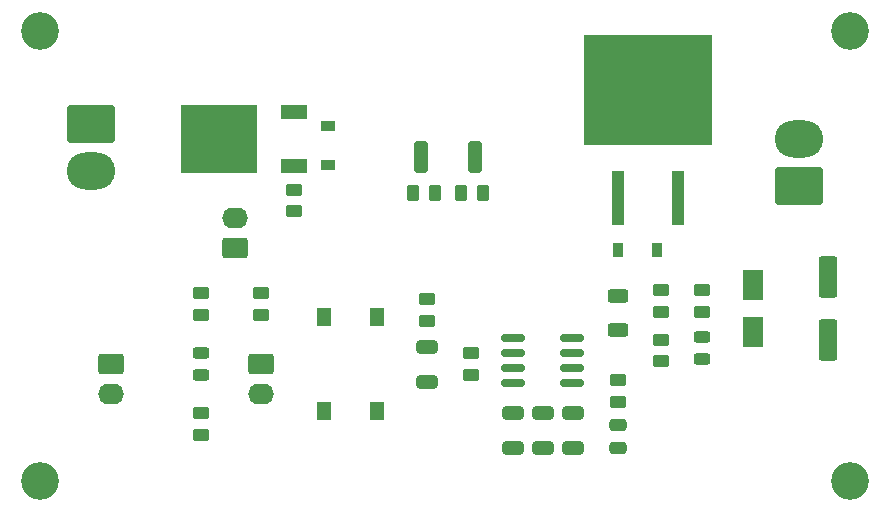
<source format=gbr>
%TF.GenerationSoftware,KiCad,Pcbnew,6.0.4-6f826c9f35~116~ubuntu21.10.1*%
%TF.CreationDate,2022-04-20T18:46:37+02:00*%
%TF.ProjectId,Carte_protection,43617274-655f-4707-926f-74656374696f,V.1.0*%
%TF.SameCoordinates,Original*%
%TF.FileFunction,Soldermask,Top*%
%TF.FilePolarity,Negative*%
%FSLAX46Y46*%
G04 Gerber Fmt 4.6, Leading zero omitted, Abs format (unit mm)*
G04 Created by KiCad (PCBNEW 6.0.4-6f826c9f35~116~ubuntu21.10.1) date 2022-04-20 18:46:37*
%MOMM*%
%LPD*%
G01*
G04 APERTURE LIST*
G04 Aperture macros list*
%AMRoundRect*
0 Rectangle with rounded corners*
0 $1 Rounding radius*
0 $2 $3 $4 $5 $6 $7 $8 $9 X,Y pos of 4 corners*
0 Add a 4 corners polygon primitive as box body*
4,1,4,$2,$3,$4,$5,$6,$7,$8,$9,$2,$3,0*
0 Add four circle primitives for the rounded corners*
1,1,$1+$1,$2,$3*
1,1,$1+$1,$4,$5*
1,1,$1+$1,$6,$7*
1,1,$1+$1,$8,$9*
0 Add four rect primitives between the rounded corners*
20,1,$1+$1,$2,$3,$4,$5,0*
20,1,$1+$1,$4,$5,$6,$7,0*
20,1,$1+$1,$6,$7,$8,$9,0*
20,1,$1+$1,$8,$9,$2,$3,0*%
G04 Aperture macros list end*
%ADD10RoundRect,0.250000X0.450000X-0.262500X0.450000X0.262500X-0.450000X0.262500X-0.450000X-0.262500X0*%
%ADD11RoundRect,0.250000X-0.650000X0.325000X-0.650000X-0.325000X0.650000X-0.325000X0.650000X0.325000X0*%
%ADD12RoundRect,0.243750X0.456250X-0.243750X0.456250X0.243750X-0.456250X0.243750X-0.456250X-0.243750X0*%
%ADD13RoundRect,0.250000X-0.262500X-0.450000X0.262500X-0.450000X0.262500X0.450000X-0.262500X0.450000X0*%
%ADD14R,1.800000X2.500000*%
%ADD15C,3.200000*%
%ADD16R,0.900000X1.200000*%
%ADD17RoundRect,0.250000X-0.475000X0.250000X-0.475000X-0.250000X0.475000X-0.250000X0.475000X0.250000X0*%
%ADD18RoundRect,0.250000X0.362500X1.075000X-0.362500X1.075000X-0.362500X-1.075000X0.362500X-1.075000X0*%
%ADD19R,2.200000X1.200000*%
%ADD20R,6.400000X5.800000*%
%ADD21RoundRect,0.250000X-0.845000X0.620000X-0.845000X-0.620000X0.845000X-0.620000X0.845000X0.620000X0*%
%ADD22O,2.190000X1.740000*%
%ADD23RoundRect,0.250000X-1.800000X1.330000X-1.800000X-1.330000X1.800000X-1.330000X1.800000X1.330000X0*%
%ADD24O,4.100000X3.160000*%
%ADD25RoundRect,0.250000X-0.550000X1.500000X-0.550000X-1.500000X0.550000X-1.500000X0.550000X1.500000X0*%
%ADD26RoundRect,0.250000X0.625000X-0.312500X0.625000X0.312500X-0.625000X0.312500X-0.625000X-0.312500X0*%
%ADD27RoundRect,0.150000X-0.825000X-0.150000X0.825000X-0.150000X0.825000X0.150000X-0.825000X0.150000X0*%
%ADD28RoundRect,0.250000X0.845000X-0.620000X0.845000X0.620000X-0.845000X0.620000X-0.845000X-0.620000X0*%
%ADD29R,1.200000X0.900000*%
%ADD30R,1.100000X4.600000*%
%ADD31R,10.800000X9.400000*%
%ADD32RoundRect,0.250000X1.800000X-1.330000X1.800000X1.330000X-1.800000X1.330000X-1.800000X-1.330000X0*%
%ADD33R,1.300000X1.550000*%
G04 APERTURE END LIST*
D10*
X161544000Y-130730000D03*
X161544000Y-128905000D03*
D11*
X193033735Y-128842986D03*
X193033735Y-131792986D03*
D12*
X203962000Y-124317500D03*
X203962000Y-122442500D03*
D11*
X187953735Y-128842986D03*
X187953735Y-131792986D03*
D13*
X179554500Y-110236000D03*
X181379500Y-110236000D03*
D12*
X161544000Y-125675000D03*
X161544000Y-123800000D03*
D14*
X208280000Y-118015000D03*
X208280000Y-122015000D03*
D15*
X147955000Y-134620000D03*
D10*
X180721000Y-121078000D03*
X180721000Y-119253000D03*
D13*
X183618500Y-110236000D03*
X185443500Y-110236000D03*
D16*
X196850000Y-115062000D03*
X200150000Y-115062000D03*
D17*
X196850000Y-129921000D03*
X196850000Y-131821000D03*
D18*
X184811500Y-107188000D03*
X180186500Y-107188000D03*
D19*
X169427000Y-107967500D03*
D20*
X163127000Y-105687500D03*
D19*
X169427000Y-103407500D03*
D15*
X216535000Y-134620000D03*
D21*
X153924000Y-124737500D03*
D22*
X153924000Y-127277500D03*
D23*
X152295000Y-104417500D03*
D24*
X152295000Y-108377500D03*
D25*
X214630000Y-117315000D03*
X214630000Y-122715000D03*
D10*
X203962000Y-120292500D03*
X203962000Y-118467500D03*
X200533000Y-124507000D03*
X200533000Y-122682000D03*
D26*
X196850000Y-121858500D03*
X196850000Y-118933500D03*
D27*
X188025000Y-122555000D03*
X188025000Y-123825000D03*
X188025000Y-125095000D03*
X188025000Y-126365000D03*
X192975000Y-126365000D03*
X192975000Y-125095000D03*
X192975000Y-123825000D03*
X192975000Y-122555000D03*
D11*
X180721000Y-123262500D03*
X180721000Y-126212500D03*
D15*
X216535000Y-96520000D03*
D10*
X169418000Y-111807000D03*
X169418000Y-109982000D03*
D11*
X190493735Y-128842986D03*
X190493735Y-131792986D03*
D28*
X164465000Y-114935000D03*
D22*
X164465000Y-112395000D03*
D29*
X172339000Y-104544500D03*
X172339000Y-107844500D03*
D10*
X200533000Y-120316000D03*
X200533000Y-118491000D03*
D30*
X196850000Y-110677000D03*
D31*
X199390000Y-101527000D03*
D30*
X201930000Y-110677000D03*
D10*
X184404000Y-125650000D03*
X184404000Y-123825000D03*
X196850000Y-127936000D03*
X196850000Y-126111000D03*
D15*
X147955000Y-96520000D03*
D32*
X212195000Y-109614806D03*
D24*
X212195000Y-105654806D03*
D10*
X161544000Y-120570000D03*
X161544000Y-118745000D03*
D33*
X176494000Y-120762500D03*
X176494000Y-128712500D03*
X171994000Y-120762500D03*
X171994000Y-128712500D03*
D21*
X166624000Y-124737500D03*
D22*
X166624000Y-127277500D03*
D10*
X166624000Y-120570000D03*
X166624000Y-118745000D03*
M02*

</source>
